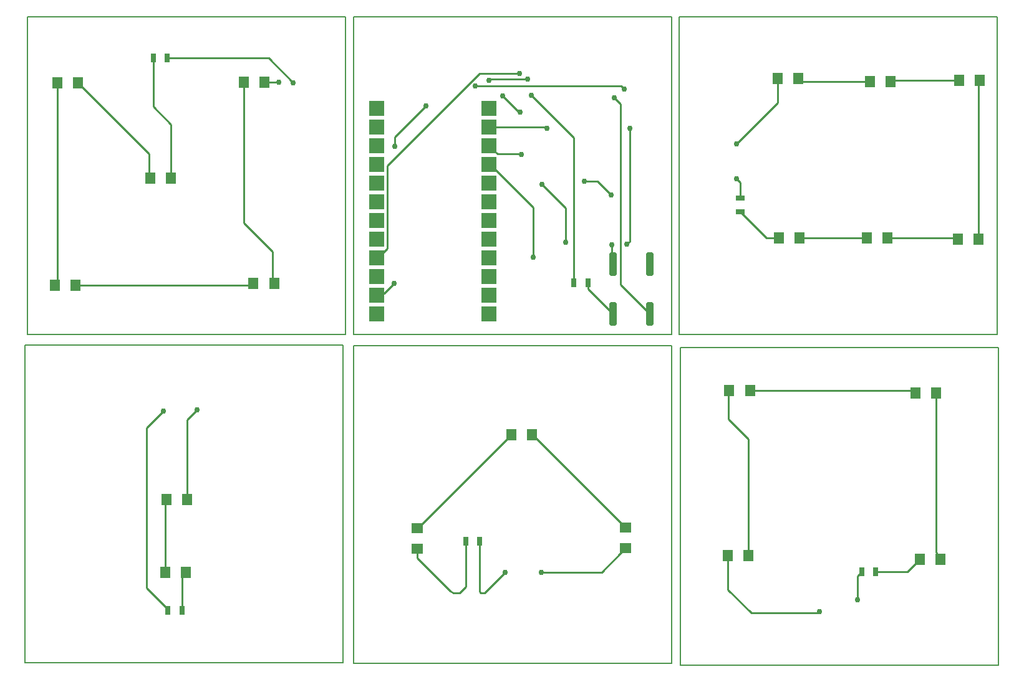
<source format=gbr>
G04 PROTEUS GERBER X2 FILE*
%TF.GenerationSoftware,Labcenter,Proteus,8.9-SP0-Build27865*%
%TF.CreationDate,2020-02-24T18:21:19+00:00*%
%TF.FileFunction,Copper,L2,Bot*%
%TF.FilePolarity,Positive*%
%TF.Part,Single*%
%TF.SameCoordinates,{bab694e6-e1a7-4f03-bc32-dd160c38e7b3}*%
%FSLAX45Y45*%
%MOMM*%
G01*
%TA.AperFunction,Conductor*%
%ADD10C,0.254000*%
%TA.AperFunction,ViaPad*%
%ADD12C,0.762000*%
%TA.AperFunction,ComponentPad*%
%ADD13R,2.032000X2.032000*%
%TA.AperFunction,SMDPad,CuDef*%
%ADD16R,1.400000X1.500000*%
%ADD19R,1.500000X1.400000*%
%ADD17R,0.700000X1.150000*%
%ADD70R,1.150000X0.700000*%
%AMPPAD011*
4,1,36,
0.500000,-1.350000,
0.500000,1.350000,
0.495030,1.401120,
0.480710,1.448390,
0.457980,1.490900,
0.427730,1.527730,
0.390900,1.557970,
0.348390,1.580710,
0.301120,1.595030,
0.250000,1.600000,
-0.250000,1.600000,
-0.301120,1.595030,
-0.348390,1.580710,
-0.390900,1.557970,
-0.427730,1.527730,
-0.457980,1.490900,
-0.480710,1.448390,
-0.495030,1.401120,
-0.500000,1.350000,
-0.500000,-1.350000,
-0.495030,-1.401120,
-0.480710,-1.448390,
-0.457980,-1.490900,
-0.427730,-1.527730,
-0.390900,-1.557970,
-0.348390,-1.580710,
-0.301120,-1.595030,
-0.250000,-1.600000,
0.250000,-1.600000,
0.301120,-1.595030,
0.348390,-1.580710,
0.390900,-1.557970,
0.427730,-1.527730,
0.457980,-1.490900,
0.480710,-1.448390,
0.495030,-1.401120,
0.500000,-1.350000,
0*%
%TA.AperFunction,SMDPad,CuDef*%
%ADD71PPAD011*%
%TA.AperFunction,Profile*%
%ADD18C,0.203200*%
%TD.AperFunction*%
D10*
X+5120000Y-2340000D02*
X+5120000Y-760000D01*
X+4850000Y-490000D01*
X+4850000Y-138933D01*
X+4855217Y-133716D01*
X+4860000Y-100000D01*
X+5140000Y-100000D02*
X+7360000Y-100000D01*
X+7390000Y-130000D01*
X+7670000Y-130000D02*
X+7670000Y-2300000D01*
X+7685000Y-2315000D01*
X+7730000Y-2390000D01*
X+7450000Y-2390000D02*
X+7280000Y-2560000D01*
X+6850000Y-2560000D01*
X-4260000Y+4080000D02*
X-4260000Y+1349722D01*
X-4305034Y+1304688D01*
X-4300000Y+1330000D01*
X-4020000Y+1330000D02*
X-1630000Y+1330000D01*
X-1600000Y+1360000D01*
X-3980000Y+4080000D02*
X-3021806Y+3121806D01*
X-3021806Y+2865000D01*
X-3000000Y+2790000D01*
X-2770000Y+4420000D02*
X-1392258Y+4420000D01*
X-1059480Y+4087222D01*
X-1257917Y+4091631D02*
X-1448369Y+4091631D01*
X-1450000Y+4090000D01*
X-1730000Y+4090000D02*
X-1730000Y+2178056D01*
X-1337292Y+1785348D01*
X-1337292Y+1435000D01*
X-1320000Y+1360000D01*
X-2500000Y-1580000D02*
X-2500000Y-495602D01*
X-2365611Y-361213D01*
X-2821507Y-375169D02*
X-3054108Y-607770D01*
X-3054108Y-2780259D01*
X-2760000Y-3074367D01*
X-2760000Y-3090000D01*
X-2570000Y-3090000D02*
X-2570000Y-2631096D01*
X-2542387Y-2603483D01*
X-2520000Y-2570000D01*
X-2800000Y-2570000D02*
X-2800000Y-1600000D01*
X-2780000Y-1580000D01*
X+2311279Y-2566624D02*
X+3125167Y-2566624D01*
X+3381791Y-2310000D01*
X+3450000Y-2240000D01*
X+3450000Y-1960000D02*
X+2204977Y-714977D01*
X+2171098Y-714977D01*
X+2180000Y-700000D01*
X+1900000Y-700000D02*
X+631198Y-1968802D01*
X+631198Y-1976608D01*
X+620000Y-1970000D01*
X+5520000Y+4140000D02*
X+5520000Y+3817094D01*
X+4958185Y+3255279D01*
X+4960000Y+2780000D02*
X+5010000Y+2730000D01*
X+5010000Y+2520000D01*
X+5010000Y+2330000D02*
X+5366251Y+1973749D01*
X+5460000Y+1973749D01*
X+5530000Y+1980000D01*
X+5810000Y+1980000D02*
X+6730000Y+1980000D01*
X+7010000Y+1980000D02*
X+7923502Y+1980000D01*
X+7936342Y+1967160D01*
X+7960000Y+1960000D01*
X+8240000Y+1960000D02*
X+8240000Y+4100000D01*
X+8260000Y+4120000D01*
X+7980000Y+4120000D02*
X+7070000Y+4120000D01*
X+7050000Y+4100000D01*
X+6770000Y+4100000D02*
X+5852918Y+4100000D01*
X+5818029Y+4134889D01*
X+5800000Y+4140000D01*
X+6600000Y-2940000D02*
X+6600000Y-2620000D01*
X+6660000Y-2560000D01*
X+4840000Y-2340000D02*
X+4840000Y-2805199D01*
X+5158923Y-3124122D01*
X+6069041Y-3124122D01*
X+6086886Y-3106277D01*
X+1410000Y+4040000D02*
X+3390000Y+4040000D01*
X+3430000Y+4000000D01*
X+1600000Y+3232000D02*
X+1712000Y+3120000D01*
X+2030512Y+3120000D01*
X+2037823Y+3112689D01*
X+3280000Y+940000D02*
X+2940000Y+1280000D01*
X+2940000Y+1370000D01*
X+3780000Y+940000D02*
X+3379508Y+1340492D01*
X+3379508Y+3799515D01*
X+3297658Y+3881365D01*
X+2013203Y+4211772D02*
X+1470787Y+4211772D01*
X+216618Y+2957603D01*
X+216618Y+1832846D01*
X+91772Y+1708000D01*
X+76000Y+1708000D01*
X+2750000Y+1370000D02*
X+2750000Y+3342812D01*
X+2174276Y+3918536D01*
X+2124715Y+4133300D02*
X+1624975Y+4133300D01*
X+1596065Y+4104390D01*
X+1596065Y+4116198D01*
X+741139Y+3773983D02*
X+315740Y+3348584D01*
X+315740Y+3216422D01*
X+311610Y+1357887D02*
X+175317Y+1221594D01*
X+142277Y+1221594D01*
X+76000Y+1200000D01*
X+2199056Y+1713074D02*
X+2199056Y+2390406D01*
X+1645625Y+2943837D01*
X+1616715Y+2943837D01*
X+1600000Y+2978000D01*
X+2636845Y+1919578D02*
X+2636845Y+2378016D01*
X+2314699Y+2700162D01*
X+2017333Y+3683121D02*
X+2000813Y+3683121D01*
X+1781918Y+3902016D01*
X+3252227Y+2563869D02*
X+3070503Y+2745593D01*
X+2888780Y+2745593D01*
X+1600000Y+3486000D02*
X+2364000Y+3486000D01*
X+2380000Y+3470000D01*
X+3508292Y+3464227D02*
X+3508292Y+1928292D01*
X+3470000Y+1890000D01*
X+3268747Y+1882407D02*
X+3268747Y+1659384D01*
X+3272878Y+1655253D01*
X+3280000Y+1620000D01*
X-2960000Y+4420000D02*
X-2960000Y+3760832D01*
X-2720000Y+3520832D01*
X-2720000Y+2790000D01*
X+1470000Y-2150000D02*
X+1470000Y-2833846D01*
X+1486154Y-2850000D01*
X+1540409Y-2850000D01*
X+1817508Y-2572901D01*
X+620000Y-2250000D02*
X+620000Y-2373399D01*
X+1075000Y-2828399D01*
X+1110000Y-2850000D01*
X+1195000Y-2850000D01*
X+1280000Y-2765000D01*
X+1280000Y-2150000D01*
D12*
X+6600000Y-2940000D03*
X-1059480Y+4087222D03*
X-1257917Y+4091631D03*
X-2365611Y-361213D03*
X-2821507Y-375169D03*
X+2311279Y-2566624D03*
X+4958185Y+3255279D03*
X+4960000Y+2780000D03*
X+6086886Y-3106277D03*
X+1410000Y+4040000D03*
X+3430000Y+4000000D03*
X+2037823Y+3112689D03*
X+3297658Y+3881365D03*
X+2013203Y+4211772D03*
X+2174276Y+3918536D03*
X+2124715Y+4133300D03*
X+1596065Y+4116198D03*
X+741139Y+3773983D03*
X+315740Y+3216422D03*
X+311610Y+1357887D03*
X+2199056Y+1713074D03*
X+2636845Y+1919578D03*
X+2314699Y+2700162D03*
X+1781918Y+3902016D03*
X+3252227Y+2563869D03*
X+2888780Y+2745593D03*
X+2380000Y+3470000D03*
X+3508292Y+3464227D03*
X+3470000Y+1890000D03*
X+3268747Y+1882407D03*
X+2017333Y+3683121D03*
X+1817508Y-2572901D03*
D13*
X+1600000Y+3740000D03*
X+1600000Y+3486000D03*
X+1600000Y+3232000D03*
X+1600000Y+2978000D03*
X+1600000Y+2724000D03*
X+1600000Y+2470000D03*
X+1600000Y+2216000D03*
X+1600000Y+1962000D03*
X+1600000Y+1708000D03*
X+1600000Y+1454000D03*
X+1600000Y+1200000D03*
X+1600000Y+946000D03*
X+76000Y+3740000D03*
X+76000Y+3486000D03*
X+76000Y+3232000D03*
X+76000Y+2978000D03*
X+76000Y+2724000D03*
X+76000Y+2470000D03*
X+76000Y+2216000D03*
X+76000Y+1962000D03*
X+76000Y+1708000D03*
X+76000Y+1454000D03*
X+76000Y+1200000D03*
X+76000Y+946000D03*
D16*
X+5810000Y+1980000D03*
X+5530000Y+1980000D03*
X+7010000Y+1980000D03*
X+6730000Y+1980000D03*
X+4840000Y-2340000D03*
X+5120000Y-2340000D03*
X+4860000Y-100000D03*
X+5140000Y-100000D03*
X+7390000Y-130000D03*
X+7670000Y-130000D03*
X+7730000Y-2390000D03*
X+7450000Y-2390000D03*
X-1450000Y+4090000D03*
X-1730000Y+4090000D03*
X-1320000Y+1360000D03*
X-1600000Y+1360000D03*
X-4020000Y+1330000D03*
X-4300000Y+1330000D03*
X-4260000Y+4080000D03*
X-3980000Y+4080000D03*
X-3000000Y+2790000D03*
X-2720000Y+2790000D03*
X+5520000Y+4140000D03*
X+5800000Y+4140000D03*
X+6770000Y+4100000D03*
X+7050000Y+4100000D03*
X+7980000Y+4120000D03*
X+8260000Y+4120000D03*
X+8240000Y+1960000D03*
X+7960000Y+1960000D03*
X-2500000Y-1580000D03*
X-2780000Y-1580000D03*
X-2800000Y-2570000D03*
X-2520000Y-2570000D03*
D19*
X+3450000Y-2240000D03*
X+3450000Y-1960000D03*
D16*
X+2180000Y-700000D03*
X+1900000Y-700000D03*
D19*
X+620000Y-1970000D03*
X+620000Y-2250000D03*
D17*
X+6850000Y-2560000D03*
X+6660000Y-2560000D03*
X-2960000Y+4420000D03*
X-2770000Y+4420000D03*
D70*
X+5010000Y+2330000D03*
X+5010000Y+2520000D03*
D17*
X-2570000Y-3090000D03*
X-2760000Y-3090000D03*
X+1280000Y-2150000D03*
X+1470000Y-2150000D03*
D71*
X+3280000Y+1620000D03*
X+3780000Y+1620000D03*
X+3780000Y+940000D03*
X+3280000Y+940000D03*
D17*
X+2940000Y+1370000D03*
X+2750000Y+1370000D03*
D18*
X-240000Y+660000D02*
X+4078000Y+660000D01*
X+4078000Y+4978000D01*
X-240000Y+4978000D01*
X-240000Y+660000D01*
X+4180000Y+660000D02*
X+8498000Y+660000D01*
X+8498000Y+4978000D01*
X+4180000Y+4978000D01*
X+4180000Y+660000D01*
X+4200000Y-3830000D02*
X+8518000Y-3830000D01*
X+8518000Y+488000D01*
X+4200000Y+488000D01*
X+4200000Y-3830000D01*
X-4670000Y+660000D02*
X-352000Y+660000D01*
X-352000Y+4978000D01*
X-4670000Y+4978000D01*
X-4670000Y+660000D01*
X-4700000Y-3800000D02*
X-382000Y-3800000D01*
X-382000Y+518000D01*
X-4700000Y+518000D01*
X-4700000Y-3800000D01*
X-240000Y-3810000D02*
X+4078000Y-3810000D01*
X+4078000Y+508000D01*
X-240000Y+508000D01*
X-240000Y-3810000D01*
M02*

</source>
